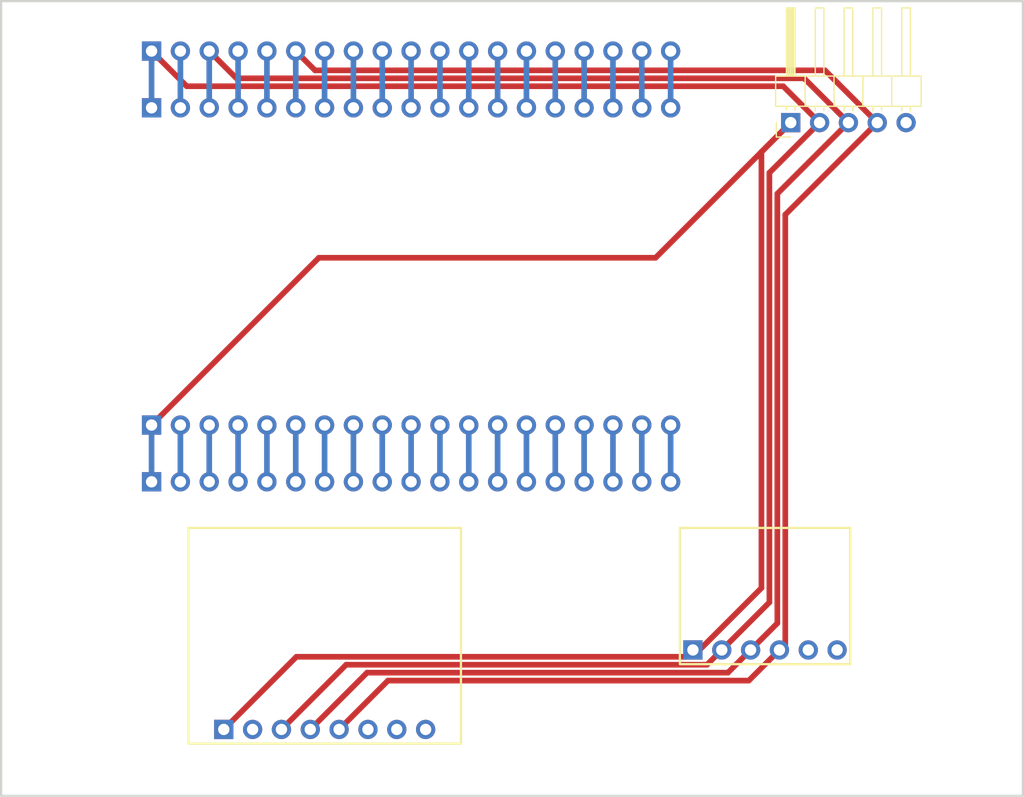
<source format=kicad_pcb>
(kicad_pcb (version 20240108) (generator "pcbnew") (generator_version "8.0")
  (layers (0 "F.Cu" signal) (31 "B.Cu" signal) (34 "B.Paste" user) (35 "F.Paste" user) (36 "B.SilkS" user "B.Silkscreen") (37 "F.SilkS" user "F.Silkscreen") (38 "B.Mask" user) (39 "F.Mask" user) (44 "Edge.Cuts" user))
  (net 0 "")
  (net 1 "unconnected-(ESP32-WROOM-32U1-CLK-Pad38)")
  (net 2 "unconnected-(ESP32-WROOM-32U1-25-Pad9)")
  (net 3 "Net-(ESP32-WROOM-32U1-SDA{slash}21)")
  (net 4 "unconnected-(ESP32-WROOM-32U1-D1-Pad36)")
  (net 5 "unconnected-(ESP32-WROOM-32U1-VN-Pad4)")
  (net 6 "unconnected-(ESP32-WROOM-32U1-MISO{slash}19-Pad27)")
  (net 7 "Net-(ESP32-WROOM-32U1-3.3v)")
  (net 8 "unconnected-(ESP32-WROOM-32U1-5V-Pad19)")
  (net 9 "unconnected-(ESP32-WROOM-32U1-SS{slash}5-Pad29)")
  (net 10 "unconnected-(ESP32-WROOM-32U1-34-Pad5)")
  (net 11 "unconnected-(ESP32-WROOM-32U1-35-Pad6)")
  (net 12 "unconnected-(ESP32-WROOM-32U1-12-Pad13)")
  (net 13 "unconnected-(ESP32-WROOM-32U1-4-Pad32)")
  (net 14 "unconnected-(ESP32-WROOM-32U1-EN-Pad2)")
  (net 15 "unconnected-(ESP32-WROOM-32U1-CMD-Pad18)")
  (net 16 "unconnected-(ESP32-WROOM-32U1-32-Pad7)")
  (net 17 "unconnected-(ESP32-WROOM-32U1-D3-Pad17)")
  (net 18 "Net-(ESP32-WROOM-32U1-SCL{slash}22)")
  (net 19 "unconnected-(ESP32-WROOM-32U1-GND-Pad14)")
  (net 20 "unconnected-(ESP32-WROOM-32U1-33-Pad8)")
  (net 21 "unconnected-(ESP32-WROOM-32U1-D2-Pad16)")
  (net 22 "unconnected-(ESP32-WROOM-32U1-13-Pad15)")
  (net 23 "unconnected-(ESP32-WROOM-32U1-SCK{slash}18-Pad28)")
  (net 24 "unconnected-(ESP32-WROOM-32U1-17-Pad30)")
  (net 25 "unconnected-(ESP32-WROOM-32U1-2-Pad34)")
  (net 26 "unconnected-(ESP32-WROOM-32U1-15-Pad35)")
  (net 27 "unconnected-(ESP32-WROOM-32U1-14-Pad12)")
  (net 28 "unconnected-(ESP32-WROOM-32U1-D0-Pad37)")
  (net 29 "unconnected-(ESP32-WROOM-32U1-MOSI{slash}23-Pad21)")
  (net 30 "unconnected-(ESP32-WROOM-32U1-16-Pad31)")
  (net 31 "unconnected-(ESP32-WROOM-32U1-VP-Pad3)")
  (net 32 "unconnected-(ESP32-WROOM-32U1-26-Pad10)")
  (net 33 "unconnected-(ESP32-WROOM-32U1-TX-Pad23)")
  (net 34 "unconnected-(ESP32-WROOM-32U1-RX-Pad24)")
  (net 35 "unconnected-(ESP32-WROOM-32U1-GND-Pad26)")
  (net 36 "unconnected-(ESP32-WROOM-32U1-0-Pad33)")
  (net 37 "Net-(U1-GND)")
  (net 38 "unconnected-(ESP32-WROOM-32U1-27-Pad11)")
  (footprint "" (layer "F.Cu") (at 113.03 72.592)
    (property "Reference" "" (at 0 0 0) (layer "F.SilkS") (effects (font (size 1.27 1.27))))
    (property "Value" "")
    (pad "" np_thru_hole circle (at 0 0) (size 3.2 3.2) (drill 3.2) (layers "F&B.Cu" "*.Mask"))
  )
  (footprint "Footprints_cez:esp32-wroom-32u" (layer "F.Cu") (at 134.864 94.742 90)
    (property "Reference" "ESP32-WROOM-32U1" (hide yes))
    (property "Value" "~" (hide yes))
    (pad "1" thru_hole rect (at -17.7 -12.182 90) (size 1.7 1.7) (drill 1) (layers "*.Cu" "*.Mask") (net 7 "Net-(ESP32-WROOM-32U1-3.3v)"))
    (pad "1" thru_hole rect (at -12.7 -12.182 90) (size 1.7 1.7) (drill 1) (layers "*.Cu" "*.Mask") (net 7 "Net-(ESP32-WROOM-32U1-3.3v)"))
    (pad "2" thru_hole oval (at -17.7 -9.642 90) (size 1.7 1.7) (drill 1) (layers "*.Cu" "*.Mask") (net 14 "unconnected-(ESP32-WROOM-32U1-EN-Pad2)"))
    (pad "2" thru_hole oval (at -12.7 -9.642 90) (size 1.7 1.7) (drill 1) (layers "*.Cu" "*.Mask") (net 14 "unconnected-(ESP32-WROOM-32U1-EN-Pad2)"))
    (pad "3" thru_hole oval (at -17.7 -7.102 90) (size 1.7 1.7) (drill 1) (layers "*.Cu" "*.Mask") (net 31 "unconnected-(ESP32-WROOM-32U1-VP-Pad3)"))
    (pad "3" thru_hole oval (at -12.7 -7.102 90) (size 1.7 1.7) (drill 1) (layers "*.Cu" "*.Mask") (net 31 "unconnected-(ESP32-WROOM-32U1-VP-Pad3)"))
    (pad "4" thru_hole oval (at -17.7 -4.562 90) (size 1.7 1.7) (drill 1) (layers "*.Cu" "*.Mask") (net 5 "unconnected-(ESP32-WROOM-32U1-VN-Pad4)"))
    (pad "4" thru_hole oval (at -12.7 -4.562 90) (size 1.7 1.7) (drill 1) (layers "*.Cu" "*.Mask") (net 5 "unconnected-(ESP32-WROOM-32U1-VN-Pad4)"))
    (pad "5" thru_hole oval (at -17.7 -2.022 90) (size 1.7 1.7) (drill 1) (layers "*.Cu" "*.Mask") (net 10 "unconnected-(ESP32-WROOM-32U1-34-Pad5)"))
    (pad "5" thru_hole oval (at -12.7 -2.022 90) (size 1.7 1.7) (drill 1) (layers "*.Cu" "*.Mask") (net 10 "unconnected-(ESP32-WROOM-32U1-34-Pad5)"))
    (pad "6" thru_hole oval (at -17.7 0.518 90) (size 1.7 1.7) (drill 1) (layers "*.Cu" "*.Mask") (net 11 "unconnected-(ESP32-WROOM-32U1-35-Pad6)"))
    (pad "6" thru_hole oval (at -12.7 0.518 90) (size 1.7 1.7) (drill 1) (layers "*.Cu" "*.Mask") (net 11 "unconnected-(ESP32-WROOM-32U1-35-Pad6)"))
    (pad "7" thru_hole oval (at -17.7 3.058 90) (size 1.7 1.7) (drill 1) (layers "*.Cu" "*.Mask") (net 16 "unconnected-(ESP32-WROOM-32U1-32-Pad7)"))
    (pad "7" thru_hole oval (at -12.7 3.058 90) (size 1.7 1.7) (drill 1) (layers "*.Cu" "*.Mask") (net 16 "unconnected-(ESP32-WROOM-32U1-32-Pad7)"))
    (pad "8" thru_hole oval (at -17.7 5.598 90) (size 1.7 1.7) (drill 1) (layers "*.Cu" "*.Mask") (net 20 "unconnected-(ESP32-WROOM-32U1-33-Pad8)"))
    (pad "8" thru_hole oval (at -12.7 5.598 90) (size 1.7 1.7) (drill 1) (layers "*.Cu" "*.Mask") (net 20 "unconnected-(ESP32-WROOM-32U1-33-Pad8)"))
    (pad "9" thru_hole oval (at -17.7 8.138 90) (size 1.7 1.7) (drill 1) (layers "*.Cu" "*.Mask") (net 2 "unconnected-(ESP32-WROOM-32U1-25-Pad9)"))
    (pad "9" thru_hole oval (at -12.7 8.138 90) (size 1.7 1.7) (drill 1) (layers "*.Cu" "*.Mask") (net 2 "unconnected-(ESP32-WROOM-32U1-25-Pad9)"))
    (pad "10" thru_hole oval (at -17.7 10.678 90) (size 1.7 1.7) (drill 1) (layers "*.Cu" "*.Mask") (net 32 "unconnected-(ESP32-WROOM-32U1-26-Pad10)"))
    (pad "10" thru_hole oval (at -12.7 10.678 90) (size 1.7 1.7) (drill 1) (layers "*.Cu" "*.Mask") (net 32 "unconnected-(ESP32-WROOM-32U1-26-Pad10)"))
    (pad "11" thru_hole oval (at -17.7 13.218 90) (size 1.7 1.7) (drill 1) (layers "*.Cu" "*.Mask") (net 38 "unconnected-(ESP32-WROOM-32U1-27-Pad11)"))
    (pad "11" thru_hole oval (at -12.7 13.218 90) (size 1.7 1.7) (drill 1) (layers "*.Cu" "*.Mask") (net 38 "unconnected-(ESP32-WROOM-32U1-27-Pad11)"))
    (pad "12" thru_hole oval (at -17.7 15.758 90) (size 1.7 1.7) (drill 1) (layers "*.Cu" "*.Mask") (net 27 "unconnected-(ESP32-WROOM-32U1-14-Pad12)"))
    (pad "12" thru_hole oval (at -12.7 15.758 90) (size 1.7 1.7) (drill 1) (layers "*.Cu" "*.Mask") (net 27 "unconnected-(ESP32-WROOM-32U1-14-Pad12)"))
    (pad "13" thru_hole oval (at -17.7 18.298 90) (size 1.7 1.7) (drill 1) (layers "*.Cu" "*.Mask") (net 12 "unconnected-(ESP32-WROOM-32U1-12-Pad13)"))
    (pad "13" thru_hole oval (at -12.7 18.298 90) (size 1.7 1.7) (drill 1) (layers "*.Cu" "*.Mask") (net 12 "unconnected-(ESP32-WROOM-32U1-12-Pad13)"))
    (pad "14" thru_hole oval (at -17.7 20.838 90) (size 1.7 1.7) (drill 1) (layers "*.Cu" "*.Mask") (net 19 "unconnected-(ESP32-WROOM-32U1-GND-Pad14)"))
    (pad "14" thru_hole oval (at -12.7 20.838 90) (size 1.7 1.7) (drill 1) (layers "*.Cu" "*.Mask") (net 19 "unconnected-(ESP32-WROOM-32U1-GND-Pad14)"))
    (pad "15" thru_hole oval (at -17.7 23.378 90) (size 1.7 1.7) (drill 1) (layers "*.Cu" "*.Mask") (net 22 "unconnected-(ESP32-WROOM-32U1-13-Pad15)"))
    (pad "15" thru_hole oval (at -12.7 23.378 90) (size 1.7 1.7) (drill 1) (layers "*.Cu" "*.Mask") (net 22 "unconnected-(ESP32-WROOM-32U1-13-Pad15)"))
    (pad "16" thru_hole oval (at -17.7 25.918 90) (size 1.7 1.7) (drill 1) (layers "*.Cu" "*.Mask") (net 21 "unconnected-(ESP32-WROOM-32U1-D2-Pad16)"))
    (pad "16" thru_hole oval (at -12.7 25.918 90) (size 1.7 1.7) (drill 1) (layers "*.Cu" "*.Mask") (net 21 "unconnected-(ESP32-WROOM-32U1-D2-Pad16)"))
    (pad "17" thru_hole oval (at -17.7 28.458 90) (size 1.7 1.7) (drill 1) (layers "*.Cu" "*.Mask") (net 17 "unconnected-(ESP32-WROOM-32U1-D3-Pad17)"))
    (pad "17" thru_hole oval (at -12.7 28.458 90) (size 1.7 1.7) (drill 1) (layers "*.Cu" "*.Mask") (net 17 "unconnected-(ESP32-WROOM-32U1-D3-Pad17)"))
    (pad "18" thru_hole oval (at -17.7 30.998 90) (size 1.7 1.7) (drill 1) (layers "*.Cu" "*.Mask") (net 15 "unconnected-(ESP32-WROOM-32U1-CMD-Pad18)"))
    (pad "18" thru_hole oval (at -12.7 30.998 90) (size 1.7 1.7) (drill 1) (layers "*.Cu" "*.Mask") (net 15 "unconnected-(ESP32-WROOM-32U1-CMD-Pad18)"))
    (pad "19" thru_hole oval (at -17.7 33.538 90) (size 1.7 1.7) (drill 1) (layers "*.Cu" "*.Mask") (net 8 "unconnected-(ESP32-WROOM-32U1-5V-Pad19)"))
    (pad "19" thru_hole oval (at -12.7 33.538 90) (size 1.7 1.7) (drill 1) (layers "*.Cu" "*.Mask") (net 8 "unconnected-(ESP32-WROOM-32U1-5V-Pad19)"))
    (pad "20" thru_hole rect (at 15.24 -12.182 90) (size 1.7 1.7) (drill 1) (layers "*.Cu" "*.Mask") (net 37 "Net-(U1-GND)"))
    (pad "20" thru_hole rect (at 20.24 -12.182 90) (size 1.7 1.7) (drill 1) (layers "*.Cu" "*.Mask") (net 37 "Net-(U1-GND)"))
    (pad "21" thru_hole oval (at 15.24 -9.642 90) (size 1.7 1.7) (drill 1) (layers "*.Cu" "*.Mask") (net 29 "unconnected-(ESP32-WROOM-32U1-MOSI{slash}23-Pad21)"))
    (pad "21" thru_hole oval (at 20.24 -9.642 90) (size 1.7 1.7) (drill 1) (layers "*.Cu" "*.Mask") (net 29 "unconnected-(ESP32-WROOM-32U1-MOSI{slash}23-Pad21)"))
    (pad "22" thru_hole oval (at 15.24 -7.102 90) (size 1.7 1.7) (drill 1) (layers "*.Cu" "*.Mask") (net 18 "Net-(ESP32-WROOM-32U1-SCL{slash}22)"))
    (pad "22" thru_hole oval (at 20.24 -7.102 90) (size 1.7 1.7) (drill 1) (layers "*.Cu" "*.Mask") (net 18 "Net-(ESP32-WROOM-32U1-SCL{slash}22)"))
    (pad "23" thru_hole oval (at 15.24 -4.562 90) (size 1.7 1.7) (drill 1) (layers "*.Cu" "*.Mask") (net 33 "unconnected-(ESP32-WROOM-32U1-TX-Pad23)"))
    (pad "23" thru_hole oval (at 20.24 -4.562 90) (size 1.7 1.7) (drill 1) (layers "*.Cu" "*.Mask") (net 33 "unconnected-(ESP32-WROOM-32U1-TX-Pad23)"))
    (pad "24" thru_hole oval (at 15.24 -2.022 90) (size 1.7 1.7) (drill 1) (layers "*.Cu" "*.Mask") (net 34 "unconnected-(ESP32-WROOM-32U1-RX-Pad24)"))
    (pad "24" thru_hole oval (at 20.24 -2.022 90) (size 1.7 1.7) (drill 1) (layers "*.Cu" "*.Mask") (net 34 "unconnected-(ESP32-WROOM-32U1-RX-Pad24)"))
    (pad "25" thru_hole oval (at 15.24 0.518 90) (size 1.7 1.7) (drill 1) (layers "*.Cu" "*.Mask") (net 3 "Net-(ESP32-WROOM-32U1-SDA{slash}21)"))
    (pad "25" thru_hole oval (at 20.24 0.518 90) (size 1.7 1.7) (drill 1) (layers "*.Cu" "*.Mask") (net 3 "Net-(ESP32-WROOM-32U1-SDA{slash}21)"))
    (pad "26" thru_hole oval (at 15.24 3.058 90) (size 1.7 1.7) (drill 1) (layers "*.Cu" "*.Mask") (net 35 "unconnected-(ESP32-WROOM-32U1-GND-Pad26)"))
    (pad "26" thru_hole oval (at 20.24 3.058 90) (size 1.7 1.7) (drill 1) (layers "*.Cu" "*.Mask") (net 35 "unconnected-(ESP32-WROOM-32U1-GND-Pad26)"))
    (pad "27" thru_hole oval (at 15.24 5.598 90) (size 1.7 1.7) (drill 1) (layers "*.Cu" "*.Mask") (net 6 "unconnected-(ESP32-WROOM-32U1-MISO{slash}19-Pad27)"))
    (pad "27" thru_hole oval (at 20.24 5.598 90) (size 1.7 1.7) (drill 1) (layers "*.Cu" "*.Mask") (net 6 "unconnected-(ESP32-WROOM-32U1-MISO{slash}19-Pad27)"))
    (pad "28" thru_hole oval (at 15.24 8.138 90) (size 1.7 1.7) (drill 1) (layers "*.Cu" "*.Mask") (net 23 "unconnected-(ESP32-WROOM-32U1-SCK{slash}18-Pad28)"))
    (pad "28" thru_hole oval (at 20.24 8.138 90) (size 1.7 1.7) (drill 1) (layers "*.Cu" "*.Mask") (net 23 "unconnected-(ESP32-WROOM-32U1-SCK{slash}18-Pad28)"))
    (pad "29" thru_hole oval (at 15.24 10.678 90) (size 1.7 1.7) (drill 1) (layers "*.Cu" "*.Mask") (net 9 "unconnected-(ESP32-WROOM-32U1-SS{slash}5-Pad29)"))
    (pad "29" thru_hole oval (at 20.24 10.678 90) (size 1.7 1.7) (drill 1) (layers "*.Cu" "*.Mask") (net 9 "unconnected-(ESP32-WROOM-32U1-SS{slash}5-Pad29)"))
    (pad "30" thru_hole oval (at 15.24 13.218 90) (size 1.7 1.7) (drill 1) (layers "*.Cu" "*.Mask") (net 24 "unconnected-(ESP32-WROOM-32U1-17-Pad30)"))
    (pad "30" thru_hole oval (at 20.24 13.218 90) (size 1.7 1.7) (drill 1) (layers "*.Cu" "*.Mask") (net 24 "unconnected-(ESP32-WROOM-32U1-17-Pad30)"))
    (pad "31" thru_hole oval (at 15.24 15.758 90) (size 1.7 1.7) (drill 1) (layers "*.Cu" "*.Mask") (net 30 "unconnected-(ESP32-WROOM-32U1-16-Pad31)"))
    (pad "31" thru_hole oval (at 20.24 15.758 90) (size 1.7 1.7) (drill 1) (layers "*.Cu" "*.Mask") (net 30 "unconnected-(ESP32-WROOM-32U1-16-Pad31)"))
    (pad "32" thru_hole oval (at 15.24 18.298 90) (size 1.7 1.7) (drill 1) (layers "*.Cu" "*.Mask") (net 13 "unconnected-(ESP32-WROOM-32U1-4-Pad32)"))
    (pad "32" thru_hole oval (at 20.24 18.298 90) (size 1.7 1.7) (drill 1) (layers "*.Cu" "*.Mask") (net 13 "unconnected-(ESP32-WROOM-32U1-4-Pad32)"))
    (pad "33" thru_hole oval (at 15.24 20.838 90) (size 1.7 1.7) (drill 1) (layers "*.Cu" "*.Mask") (net 36 "unconnected-(ESP32-WROOM-32U1-0-Pad33)"))
    (pad "33" thru_hole oval (at 20.24 20.838 90) (size 1.7 1.7) (drill 1) (layers "*.Cu" "*.Mask") (net 36 "unconnected-(ESP32-WROOM-32U1-0-Pad33)"))
    (pad "34" thru_hole oval (at 15.24 23.378 90) (size 1.7 1.7) (drill 1) (layers "*.Cu" "*.Mask") (net 25 "unconnected-(ESP32-WROOM-32U1-2-Pad34)"))
    (pad "34" thru_hole oval (at 20.24 23.378 90) (size 1.7 1.7) (drill 1) (layers "*.Cu" "*.Mask") (net 25 "unconnected-(ESP32-WROOM-32U1-2-Pad34)"))
    (pad "35" thru_hole oval (at 15.24 25.918 90) (size 1.7 1.7) (drill 1) (layers "*.Cu" "*.Mask") (net 26 "unconnected-(ESP32-WROOM-32U1-15-Pad35)"))
    (pad "35" thru_hole oval (at 20.24 25.918 90) (size 1.7 1.7) (drill 1) (layers "*.Cu" "*.Mask") (net 26 "unconnected-(ESP32-WROOM-32U1-15-Pad35)"))
    (pad "36" thru_hole oval (at 15.24 28.458 90) (size 1.7 1.7) (drill 1) (layers "*.Cu" "*.Mask") (net 4 "unconnected-(ESP32-WROOM-32U1-D1-Pad36)"))
    (pad "36" thru_hole oval (at 20.24 28.458 90) (size 1.7 1.7) (drill 1) (layers "*.Cu" "*.Mask") (net 4 "unconnected-(ESP32-WROOM-32U1-D1-Pad36)"))
    (pad "37" thru_hole oval (at 15.24 30.998 90) (size 1.7 1.7) (drill 1) (layers "*.Cu" "*.Mask") (net 28 "unconnected-(ESP32-WROOM-32U1-D0-Pad37)"))
    (pad "37" thru_hole oval (at 20.24 30.998 90) (size 1.7 1.7) (drill 1) (layers "*.Cu" "*.Mask") (net 28 "unconnected-(ESP32-WROOM-32U1-D0-Pad37)"))
    (pad "38" thru_hole oval (at 15.24 33.538 90) (size 1.7 1.7) (drill 1) (layers "*.Cu" "*.Mask") (net 1 "unconnected-(ESP32-WROOM-32U1-CLK-Pad38)"))
    (pad "38" thru_hole oval (at 20.24 33.538 90) (size 1.7 1.7) (drill 1) (layers "*.Cu" "*.Mask") (net 1 "unconnected-(ESP32-WROOM-32U1-CLK-Pad38)"))
  )
  (footprint "Footprints_cez:BME280" (layer "F.Cu") (at 178.755 110.185)
    (property "Reference" "U3" (hide yes))
    (property "Value" "~")
    (fp_rect (start -9.539 6.319) (end 5.461 18.319) (stroke (width 0.2)) (fill none) (layer "F.SilkS"))
    (pad "" np_thru_hole circle (at -7.239 8.619) (size 3.2 3.2) (drill 3.2) (layers "F&B.Cu" "*.Mask"))
    (pad "" np_thru_hole circle (at 3.161 8.619) (size 3.2 3.2) (drill 3.2) (layers "F&B.Cu" "*.Mask"))
    (pad "1" thru_hole rect (at -8.389 17.069 90) (size 1.7 1.7) (drill 1) (layers "*.Cu" "*.Mask") (net 7 "Net-(ESP32-WROOM-32U1-3.3v)"))
    (pad "2" thru_hole oval (at -5.849 17.069 90) (size 1.7 1.7) (drill 1) (layers "*.Cu" "*.Mask") (net 37 "Net-(U1-GND)"))
    (pad "3" thru_hole oval (at -3.309 17.069 90) (size 1.7 1.7) (drill 1) (layers "*.Cu" "*.Mask") (net 18 "Net-(ESP32-WROOM-32U1-SCL{slash}22)"))
    (pad "4" thru_hole oval (at -0.769 17.069 90) (size 1.7 1.7) (drill 1) (layers "*.Cu" "*.Mask") (net 3 "Net-(ESP32-WROOM-32U1-SDA{slash}21)"))
    (pad "5" thru_hole oval (at 1.771 17.069 90) (size 1.7 1.7) (drill 1) (layers "*.Cu" "*.Mask"))
    (pad "6" thru_hole oval (at 4.311 17.069 90) (size 1.7 1.7) (drill 1) (layers "*.Cu" "*.Mask"))
  )
  (footprint "Connector_PinHeader_2.54mm:PinHeader_1x05_P2.54mm_Horizontal" (layer "F.Cu") (at 178.982 80.804 90)
    (property "Reference" "U1" (hide yes))
    (property "Value" "~")
    (fp_line (start 4.1 -1.33) (end 1.44 -1.33) (stroke (width 0.12)) (layer "F.SilkS"))
    (fp_line (start 1.44 -1.33) (end 1.44 11.49) (stroke (width 0.12)) (layer "F.SilkS"))
    (fp_line (start -1.27 -1.27) (end 0 -1.27) (stroke (width 0.12)) (layer "F.SilkS"))
    (fp_line (start 10.1 -0.38) (end 10.1 0.38) (stroke (width 0.12)) (layer "F.SilkS"))
    (fp_line (start 4.1 -0.38) (end 10.1 -0.38) (stroke (width 0.12)) (layer "F.SilkS"))
    (fp_line (start 1.11 -0.38) (end 1.44 -0.38) (stroke (width 0.12)) (layer "F.SilkS"))
    (fp_line (start 4.1 -0.32) (end 10.1 -0.32) (stroke (width 0.12)) (layer "F.SilkS"))
    (fp_line (start 4.1 -0.2) (end 10.1 -0.2) (stroke (width 0.12)) (layer "F.SilkS"))
    (fp_line (start 4.1 -0.08) (end 10.1 -0.08) (stroke (width 0.12)) (layer "F.SilkS"))
    (fp_line (start -1.27 0) (end -1.27 -1.27) (stroke (width 0.12)) (layer "F.SilkS"))
    (fp_line (start 4.1 0.04) (end 10.1 0.04) (stroke (width 0.12)) (layer "F.SilkS"))
    (fp_line (start 4.1 0.16) (end 10.1 0.16) (stroke (width 0.12)) (layer "F.SilkS"))
    (fp_line (start 4.1 0.28) (end 10.1 0.28) (stroke (width 0.12)) (layer "F.SilkS"))
    (fp_line (start 10.1 0.38) (end 4.1 0.38) (stroke (width 0.12)) (layer "F.SilkS"))
    (fp_line (start 1.11 0.38) (end 1.44 0.38) (stroke (width 0.12)) (layer "F.SilkS"))
    (fp_line (start 1.44 1.27) (end 4.1 1.27) (stroke (width 0.12)) (layer "F.SilkS"))
    (fp_line (start 10.1 2.16) (end 10.1 2.92) (stroke (width 0.12)) (layer "F.SilkS"))
    (fp_line (start 4.1 2.16) (end 10.1 2.16) (stroke (width 0.12)) (layer "F.SilkS"))
    (fp_line (start 1.042929 2.16) (end 1.44 2.16) (stroke (width 0.12)) (layer "F.SilkS"))
    (fp_line (start 10.1 2.92) (end 4.1 2.92) (stroke (width 0.12)) (layer "F.SilkS"))
    (fp_line (start 1.042929 2.92) (end 1.44 2.92) (stroke (width 0.12)) (layer "F.SilkS"))
    (fp_line (start 1.44 3.81) (end 4.1 3.81) (stroke (width 0.12)) (layer "F.SilkS"))
    (fp_line (start 10.1 4.7) (end 10.1 5.46) (stroke (width 0.12)) (layer "F.SilkS"))
    (fp_line (start 4.1 4.7) (end 10.1 4.7) (stroke (width 0.12)) (layer "F.SilkS"))
    (fp_line (start 1.042929 4.7) (end 1.44 4.7) (stroke (width 0.12)) (layer "F.SilkS"))
    (fp_line (start 10.1 5.46) (end 4.1 5.46) (stroke (width 0.12)) (layer "F.SilkS"))
    (fp_line (start 1.042929 5.46) (end 1.44 5.46) (stroke (width 0.12)) (layer "F.SilkS"))
    (fp_line (start 1.44 6.35) (end 4.1 6.35) (stroke (width 0.12)) (layer "F.SilkS"))
    (fp_line (start 10.1 7.24) (end 10.1 8) (stroke (width 0.12)) (layer "F.SilkS"))
    (fp_line (start 4.1 7.24) (end 10.1 7.24) (stroke (width 0.12)) (layer "F.SilkS"))
    (fp_line (start 1.042929 7.24) (end 1.44 7.24) (stroke (width 0.12)) (layer "F.SilkS"))
    (fp_line (start 10.1 8) (end 4.1 8) (stroke (width 0.12)) (layer "F.SilkS"))
    (fp_line (start 1.042929 8) (end 1.44 8) (stroke (width 0.12)) (layer "F.SilkS"))
    (fp_line (start 1.44 8.89) (end 4.1 8.89) (stroke (width 0.12)) (layer "F.SilkS"))
    (fp_line (start 10.1 9.78) (end 10.1 10.54) (stroke (width 0.12)) (layer "F.SilkS"))
    (fp_line (start 4.1 9.78) (end 10.1 9.78) (stroke (width 0.12)) (layer "F.SilkS"))
    (fp_line (start 1.042929 9.78) (end 1.44 9.78) (stroke (width 0.12)) (layer "F.SilkS"))
    (fp_line (start 10.1 10.54) (end 4.1 10.54) (stroke (width 0.12)) (layer "F.SilkS"))
    (fp_line (start 1.042929 10.54) (end 1.44 10.54) (stroke (width 0.12)) (layer "F.SilkS"))
    (fp_line (start 4.1 11.49) (end 4.1 -1.33) (stroke (width 0.12)) (layer "F.SilkS"))
    (fp_line (start 1.44 11.49) (end 4.1 11.49) (stroke (width 0.12)) (layer "F.SilkS"))
    (pad "1" thru_hole rect (at 0 0 90) (size 1.7 1.7) (drill 1) (layers "*.Cu" "*.Mask") (net 7 "Net-(ESP32-WROOM-32U1-3.3v)"))
    (pad "2" thru_hole oval (at 0 2.54 90) (size 1.7 1.7) (drill 1) (layers "*.Cu" "*.Mask") (net 37 "Net-(U1-GND)"))
    (pad "3" thru_hole oval (at 0 5.08 90) (size 1.7 1.7) (drill 1) (layers "*.Cu" "*.Mask") (net 18 "Net-(ESP32-WROOM-32U1-SCL{slash}22)"))
    (pad "4" thru_hole oval (at 0 7.62 90) (size 1.7 1.7) (drill 1) (layers "*.Cu" "*.Mask") (net 3 "Net-(ESP32-WROOM-32U1-SDA{slash}21)"))
    (pad "5" thru_hole oval (at 0 10.16 90) (size 1.7 1.7) (drill 1) (layers "*.Cu" "*.Mask"))
  )
  (footprint "" (layer "F.Cu") (at 113.03 137.616)
    (property "Reference" "" (at 0 0 0) (layer "F.SilkS") (effects (font (size 1.27 1.27))))
    (property "Value" "")
    (pad "" np_thru_hole circle (at 0 0) (size 3.2 3.2) (drill 3.2) (layers "F&B.Cu" "*.Mask"))
  )
  (footprint "" (layer "F.Cu") (at 195.834 137.616)
    (property "Reference" "" (at 0 0 0) (layer "F.SilkS") (effects (font (size 1.27 1.27))))
    (property "Value" "")
    (pad "" np_thru_hole circle (at 0 0) (size 3.2 3.2) (drill 3.2) (layers "F&B.Cu" "*.Mask"))
  )
  (footprint "" (layer "F.Cu") (at 195.834 72.592)
    (property "Reference" "" (at 0 0 0) (layer "F.SilkS") (effects (font (size 1.27 1.27))))
    (property "Value" "")
    (pad "" np_thru_hole circle (at 0 0) (size 3.2 3.2) (drill 3.2) (layers "F&B.Cu" "*.Mask"))
  )
  (footprint "Footprints_cez:ENS160+AHT21" (layer "F.Cu") (at 136.027 102.611)
    (property "Reference" "U2" (hide yes))
    (property "Value" "~" (hide yes))
    (fp_rect (start -10.095 13.893) (end 13.905 32.893) (stroke (width 0.2)) (fill none) (layer "F.SilkS"))
    (pad "" np_thru_hole circle (at -6.995 16.793) (size 3.2 3.2) (drill 3.2) (layers "*.Cu" "*.Mask"))
    (pad "1" thru_hole rect (at -6.985 31.643 90) (size 1.7 1.7) (drill 1) (layers "*.Cu" "*.Mask") (net 7 "Net-(ESP32-WROOM-32U1-3.3v)"))
    (pad "2" thru_hole oval (at -4.445 31.643 90) (size 1.7 1.7) (drill 1) (layers "*.Cu" "*.Mask"))
    (pad "3" thru_hole oval (at -1.905 31.643 90) (size 1.7 1.7) (drill 1) (layers "*.Cu" "*.Mask") (net 37 "Net-(U1-GND)"))
    (pad "4" thru_hole oval (at 0.635 31.643 90) (size 1.7 1.7) (drill 1) (layers "*.Cu" "*.Mask") (net 18 "Net-(ESP32-WROOM-32U1-SCL{slash}22)"))
    (pad "5" thru_hole oval (at 3.175 31.643 90) (size 1.7 1.7) (drill 1) (layers "*.Cu" "*.Mask") (net 3 "Net-(ESP32-WROOM-32U1-SDA{slash}21)"))
    (pad "6" thru_hole oval (at 5.715 31.643 90) (size 1.7 1.7) (drill 1) (layers "*.Cu" "*.Mask"))
    (pad "7" thru_hole oval (at 8.255 31.643 90) (size 1.7 1.7) (drill 1) (layers "*.Cu" "*.Mask"))
    (pad "8" thru_hole oval (at 10.795 31.643 90) (size 1.7 1.7) (drill 1) (layers "*.Cu" "*.Mask"))
  )
  (gr_rect (start 109.432 70.104) (end 199.432 140.104) (stroke (width 0.2)) (fill none) (layer "Edge.Cuts"))
  (segment (start 168.402 79.502) (end 168.402 74.502) (width 0.5) (layer "B.Cu") (net 1))
  (segment (start 143.002 112.442) (end 143.002 107.442) (width 0.5) (layer "B.Cu") (net 2))
  (segment (start 175.286 129.954) (end 143.502 129.954) (width 0.5) (layer "F.Cu") (net 3))
  (segment (start 178.5 126.74) (end 178.5 88.906) (width 0.5) (layer "F.Cu") (net 3))
  (segment (start 178.5 88.906) (end 186.602 80.804) (width 0.5) (layer "F.Cu") (net 3))
  (segment (start 186.602 80.804) (end 181.998 76.2) (width 0.5) (layer "F.Cu") (net 3))
  (segment (start 177.986 127.254) (end 175.286 129.954) (width 0.5) (layer "F.Cu") (net 3))
  (segment (start 143.502 129.954) (end 139.202 134.254) (width 0.5) (layer "F.Cu") (net 3))
  (segment (start 181.998 76.2) (end 137.08 76.2) (width 0.5) (layer "F.Cu") (net 3))
  (segment (start 177.986 127.254) (end 178.5 126.74) (width 0.5) (layer "F.Cu") (net 3))
  (segment (start 137.08 76.2) (end 135.382 74.502) (width 0.5) (layer "F.Cu") (net 3))
  (segment (start 135.382 74.502) (end 135.382 79.502) (width 0.5) (layer "B.Cu") (net 3))
  (segment (start 163.322 79.502) (end 163.322 74.502) (width 0.5) (layer "B.Cu") (net 4))
  (segment (start 130.302 107.442) (end 130.302 112.442) (width 0.5) (layer "B.Cu") (net 5))
  (segment (start 140.462 74.502) (end 140.462 79.502) (width 0.5) (layer "B.Cu") (net 6))
  (segment (start 170.366 127.254) (end 169.766 127.854) (width 0.5) (layer "F.Cu") (net 7))
  (segment (start 170.942 127.254) (end 170.366 127.254) (width 0.5) (layer "F.Cu") (net 7))
  (segment (start 169.766 127.854) (end 135.442 127.854) (width 0.5) (layer "F.Cu") (net 7))
  (segment (start 135.442 127.854) (end 129.042 134.254) (width 0.5) (layer "F.Cu") (net 7))
  (segment (start 178.982 80.804) (end 176.4 83.386) (width 0.5) (layer "F.Cu") (net 7))
  (segment (start 167.076 92.71) (end 178.982 80.804) (width 0.5) (layer "F.Cu") (net 7))
  (segment (start 176.4 83.386) (end 176.4 121.796) (width 0.5) (layer "F.Cu") (net 7))
  (segment (start 137.414 92.71) (end 167.076 92.71) (width 0.5) (layer "F.Cu") (net 7))
  (segment (start 176.4 121.796) (end 170.942 127.254) (width 0.5) (layer "F.Cu") (net 7))
  (segment (start 122.682 107.442) (end 137.414 92.71) (width 0.5) (layer "F.Cu") (net 7))
  (segment (start 122.682 107.442) (end 122.682 112.442) (width 0.5) (layer "B.Cu") (net 7))
  (segment (start 168.402 107.442) (end 168.402 112.442) (width 0.5) (layer "B.Cu") (net 8))
  (segment (start 145.542 74.502) (end 145.542 79.502) (width 0.5) (layer "B.Cu") (net 9))
  (segment (start 132.842 112.442) (end 132.842 107.442) (width 0.5) (layer "B.Cu") (net 10))
  (segment (start 135.382 107.442) (end 135.382 112.442) (width 0.5) (layer "B.Cu") (net 11))
  (segment (start 153.162 107.442) (end 153.162 112.442) (width 0.5) (layer "B.Cu") (net 12))
  (segment (start 153.162 79.502) (end 153.162 74.502) (width 0.5) (layer "B.Cu") (net 13))
  (segment (start 125.222 107.442) (end 125.222 112.442) (width 0.5) (layer "B.Cu") (net 14))
  (segment (start 165.862 112.442) (end 165.862 107.442) (width 0.5) (layer "B.Cu") (net 15))
  (segment (start 137.922 112.442) (end 137.922 107.442) (width 0.5) (layer "B.Cu") (net 16))
  (segment (start 163.322 107.442) (end 163.322 112.442) (width 0.5) (layer "B.Cu") (net 17))
  (segment (start 177.8 124.9) (end 175.446 127.254) (width 0.5) (layer "F.Cu") (net 18))
  (segment (start 177.8 87.066) (end 177.8 124.9) (width 0.5) (layer "F.Cu") (net 18))
  (segment (start 175.446 127.254) (end 173.446 129.254) (width 0.5) (layer "F.Cu") (net 18))
  (segment (start 173.446 129.254) (end 141.662 129.254) (width 0.5) (layer "F.Cu") (net 18))
  (segment (start 130.16 76.9) (end 180.158 76.9) (width 0.5) (layer "F.Cu") (net 18))
  (segment (start 180.158 76.9) (end 184.062 80.804) (width 0.5) (layer "F.Cu") (net 18))
  (segment (start 141.662 129.254) (end 136.662 134.254) (width 0.5) (layer "F.Cu") (net 18))
  (segment (start 184.062 80.804) (end 177.8 87.066) (width 0.5) (layer "F.Cu") (net 18))
  (segment (start 127.762 74.502) (end 130.16 76.9) (width 0.5) (layer "F.Cu") (net 18))
  (segment (start 127.762 79.502) (end 127.762 74.502) (width 0.5) (layer "B.Cu") (net 18))
  (segment (start 155.702 112.442) (end 155.702 107.442) (width 0.5) (layer "B.Cu") (net 19))
  (segment (start 140.462 107.442) (end 140.462 112.442) (width 0.5) (layer "B.Cu") (net 20))
  (segment (start 160.782 112.442) (end 160.782 107.442) (width 0.5) (layer "B.Cu") (net 21))
  (segment (start 158.242 107.442) (end 158.242 112.442) (width 0.5) (layer "B.Cu") (net 22))
  (segment (start 143.002 79.502) (end 143.002 74.502) (width 0.5) (layer "B.Cu") (net 23))
  (segment (start 148.082 79.502) (end 148.082 74.502) (width 0.5) (layer "B.Cu") (net 24))
  (segment (start 158.242 79.502) (end 158.242 74.502) (width 0.5) (layer "B.Cu") (net 25))
  (segment (start 160.782 74.502) (end 160.782 79.502) (width 0.5) (layer "B.Cu") (net 26))
  (segment (start 150.622 112.442) (end 150.622 107.442) (width 0.5) (layer "B.Cu") (net 27))
  (segment (start 165.862 74.502) (end 165.862 79.502) (width 0.5) (layer "B.Cu") (net 28))
  (segment (start 125.222 74.502) (end 125.222 79.502) (width 0.5) (layer "B.Cu") (net 29))
  (segment (start 150.622 74.502) (end 150.622 79.502) (width 0.5) (layer "B.Cu") (net 30))
  (segment (start 127.762 112.442) (end 127.762 107.442) (width 0.5) (layer "B.Cu") (net 31))
  (segment (start 145.542 107.442) (end 145.542 112.442) (width 0.5) (layer "B.Cu") (net 32))
  (segment (start 130.302 74.502) (end 130.302 79.502) (width 0.5) (layer "B.Cu") (net 33))
  (segment (start 132.842 79.502) (end 132.842 74.502) (width 0.5) (layer "B.Cu") (net 34))
  (segment (start 137.922 79.502) (end 137.922 74.502) (width 0.5) (layer "B.Cu") (net 35))
  (segment (start 155.702 74.502) (end 155.702 79.502) (width 0.5) (layer "B.Cu") (net 36))
  (segment (start 139.822 128.554) (end 171.606 128.554) (width 0.5) (layer "F.Cu") (net 37))
  (segment (start 181.522 80.804) (end 178.318 77.6) (width 0.5) (layer "F.Cu") (net 37))
  (segment (start 125.78 77.6) (end 122.682 74.502) (width 0.5) (layer "F.Cu") (net 37))
  (segment (start 134.122 134.254) (end 139.822 128.554) (width 0.5) (layer "F.Cu") (net 37))
  (segment (start 177.1 123.06) (end 177.1 85.226) (width 0.5) (layer "F.Cu") (net 37))
  (segment (start 178.318 77.6) (end 125.78 77.6) (width 0.5) (layer "F.Cu") (net 37))
  (segment (start 171.606 128.554) (end 172.906 127.254) (width 0.5) (layer "F.Cu") (net 37))
  (segment (start 177.1 85.226) (end 181.522 80.804) (width 0.5) (layer "F.Cu") (net 37))
  (segment (start 172.906 127.254) (end 177.1 123.06) (width 0.5) (layer "F.Cu") (net 37))
  (segment (start 122.682 79.502) (end 122.682 74.502) (width 0.5) (layer "B.Cu") (net 37))
  (segment (start 148.082 112.442) (end 148.082 107.442) (width 0.5) (layer "B.Cu") (net 38))
)
</source>
